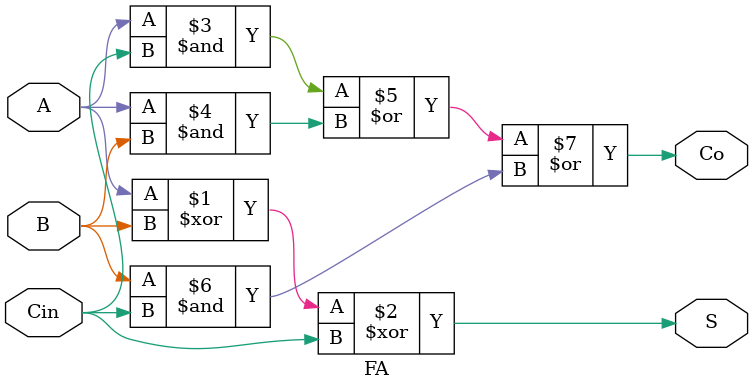
<source format=v>
`timescale 1ns / 1ps


module FA(A, B, Cin, S, Co);
    input A, B, Cin;
    output S, Co;

    assign S = A ^ B ^ Cin;
    assign Co = (A&Cin) | (A&B) | (B&Cin);
endmodule

</source>
